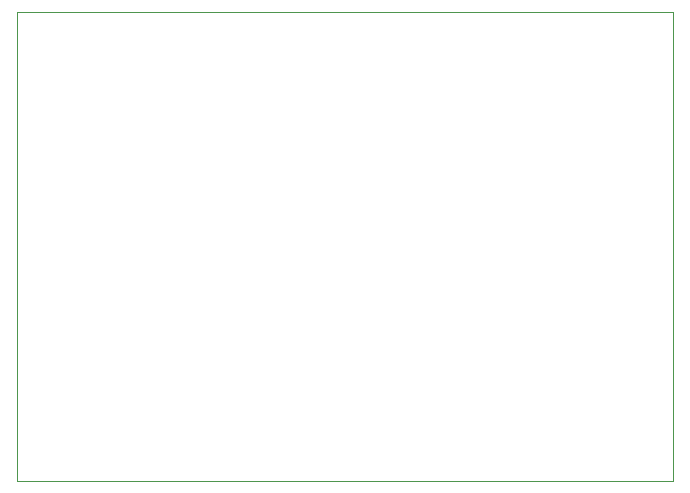
<source format=gbr>
G04 #@! TF.GenerationSoftware,KiCad,Pcbnew,(5.1.0)-1*
G04 #@! TF.CreationDate,2020-04-24T14:50:20+08:00*
G04 #@! TF.ProjectId,rs485_for_servo,72733438-355f-4666-9f72-5f736572766f,rev?*
G04 #@! TF.SameCoordinates,Original*
G04 #@! TF.FileFunction,Profile,NP*
%FSLAX46Y46*%
G04 Gerber Fmt 4.6, Leading zero omitted, Abs format (unit mm)*
G04 Created by KiCad (PCBNEW (5.1.0)-1) date 2020-04-24 14:50:20*
%MOMM*%
%LPD*%
G04 APERTURE LIST*
%ADD10C,0.050000*%
G04 APERTURE END LIST*
D10*
X77600000Y-18200000D02*
X133200000Y-18200000D01*
X77600000Y-34600000D02*
X77600000Y-18200000D01*
X77600000Y-57912000D02*
X77600000Y-34600000D01*
X133200000Y-57912000D02*
X77600000Y-57912000D01*
X133200000Y-18200000D02*
X133200000Y-57912000D01*
M02*

</source>
